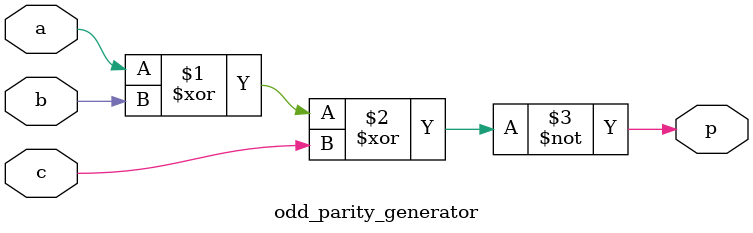
<source format=v>
module odd_parity_generator(input a,b,c, output p);
  assign p = ~(a^b^c);
endmodule

</source>
